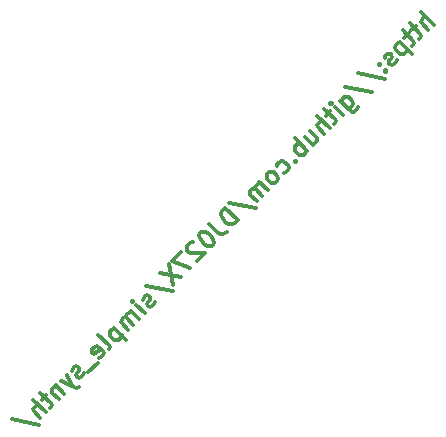
<source format=gbr>
G04 #@! TF.GenerationSoftware,KiCad,Pcbnew,5.0.2-bee76a0~70~ubuntu18.04.1*
G04 #@! TF.CreationDate,2020-03-28T00:32:54-04:00*
G04 #@! TF.ProjectId,synth,73796e74-682e-46b6-9963-61645f706362,rev?*
G04 #@! TF.SameCoordinates,Original*
G04 #@! TF.FileFunction,Legend,Bot*
G04 #@! TF.FilePolarity,Positive*
%FSLAX46Y46*%
G04 Gerber Fmt 4.6, Leading zero omitted, Abs format (unit mm)*
G04 Created by KiCad (PCBNEW 5.0.2-bee76a0~70~ubuntu18.04.1) date Sat 28 Mar 2020 12:32:54 AM EDT*
%MOMM*%
%LPD*%
G01*
G04 APERTURE LIST*
%ADD10C,0.300000*%
G04 APERTURE END LIST*
D10*
X182777669Y-44381975D02*
X181717009Y-43321315D01*
X182323100Y-44836544D02*
X181767516Y-44280960D01*
X181717009Y-44129437D01*
X181767516Y-43977914D01*
X181919039Y-43826391D01*
X182070562Y-43775883D01*
X182171578Y-43775883D01*
X181262440Y-44482990D02*
X180858379Y-44887051D01*
X180757364Y-44280960D02*
X181666501Y-45190097D01*
X181717009Y-45341620D01*
X181666501Y-45493143D01*
X181565486Y-45594158D01*
X180656349Y-45089082D02*
X180252288Y-45493143D01*
X180151272Y-44887051D02*
X181060410Y-45796188D01*
X181110917Y-45947711D01*
X181060410Y-46099234D01*
X180959394Y-46200249D01*
X179898734Y-45846696D02*
X180959394Y-46907356D01*
X179949242Y-45897204D02*
X179797719Y-45947711D01*
X179595689Y-46149742D01*
X179545181Y-46301265D01*
X179545181Y-46402280D01*
X179595689Y-46553803D01*
X179898734Y-46856849D01*
X180050257Y-46907356D01*
X180151272Y-46907356D01*
X180302795Y-46856849D01*
X180504826Y-46654818D01*
X180555333Y-46503295D01*
X179646196Y-47412433D02*
X179595689Y-47563955D01*
X179393658Y-47765986D01*
X179242135Y-47816494D01*
X179090612Y-47765986D01*
X179040105Y-47715478D01*
X178989597Y-47563955D01*
X179040105Y-47412433D01*
X179191627Y-47260910D01*
X179242135Y-47109387D01*
X179191627Y-46957864D01*
X179141120Y-46907356D01*
X178989597Y-46856849D01*
X178838074Y-46907356D01*
X178686551Y-47058879D01*
X178636044Y-47210402D01*
X178686551Y-48271062D02*
X178686551Y-48372077D01*
X178787566Y-48372077D01*
X178787566Y-48271062D01*
X178686551Y-48271062D01*
X178787566Y-48372077D01*
X178130967Y-47715478D02*
X178130967Y-47816494D01*
X178231983Y-47816494D01*
X178231983Y-47715478D01*
X178130967Y-47715478D01*
X178231983Y-47816494D01*
X176413708Y-48523600D02*
X178686551Y-48978169D01*
X175302540Y-49634768D02*
X177575383Y-50089337D01*
X174898479Y-50846951D02*
X175757109Y-51705581D01*
X175908632Y-51756088D01*
X176009647Y-51756088D01*
X176161170Y-51705581D01*
X176312693Y-51554058D01*
X176363200Y-51402535D01*
X175555078Y-51503550D02*
X175706601Y-51453043D01*
X175908632Y-51251012D01*
X175959139Y-51099489D01*
X175959139Y-50998474D01*
X175908632Y-50846951D01*
X175605586Y-50543905D01*
X175454063Y-50493398D01*
X175353048Y-50493398D01*
X175201525Y-50543905D01*
X174999494Y-50745936D01*
X174948987Y-50897459D01*
X175100510Y-52059134D02*
X174393403Y-51352027D01*
X174039850Y-50998474D02*
X174140865Y-50998474D01*
X174140865Y-51099489D01*
X174039850Y-51099489D01*
X174039850Y-50998474D01*
X174140865Y-51099489D01*
X174039850Y-51705581D02*
X173635789Y-52109642D01*
X173534773Y-51503550D02*
X174443911Y-52412688D01*
X174494418Y-52564210D01*
X174443911Y-52715733D01*
X174342895Y-52816749D01*
X173989342Y-53170302D02*
X172928682Y-52109642D01*
X173534773Y-53624871D02*
X172979189Y-53069287D01*
X172928682Y-52917764D01*
X172979189Y-52766241D01*
X173130712Y-52614718D01*
X173282235Y-52564210D01*
X173383250Y-52564210D01*
X171868022Y-53877409D02*
X172575128Y-54584516D01*
X172322590Y-53422840D02*
X172878174Y-53978424D01*
X172928682Y-54129947D01*
X172878174Y-54281470D01*
X172726651Y-54432993D01*
X172575128Y-54483500D01*
X172474113Y-54483500D01*
X172070052Y-55089592D02*
X171009392Y-54028932D01*
X171413453Y-54432993D02*
X171261930Y-54483500D01*
X171059900Y-54685531D01*
X171009392Y-54837054D01*
X171009392Y-54938069D01*
X171059900Y-55089592D01*
X171362945Y-55392638D01*
X171514468Y-55443145D01*
X171615483Y-55443145D01*
X171767006Y-55392638D01*
X171969037Y-55190607D01*
X172019544Y-55039084D01*
X171009392Y-55948222D02*
X171009392Y-56049237D01*
X171110407Y-56049237D01*
X171110407Y-55948222D01*
X171009392Y-55948222D01*
X171110407Y-56049237D01*
X170100255Y-56958374D02*
X170251777Y-56907866D01*
X170453808Y-56705836D01*
X170504316Y-56554313D01*
X170504316Y-56453298D01*
X170453808Y-56301775D01*
X170150762Y-55998729D01*
X169999239Y-55948222D01*
X169898224Y-55948222D01*
X169746701Y-55998729D01*
X169544671Y-56200760D01*
X169494163Y-56352283D01*
X169544671Y-57614973D02*
X169595178Y-57463450D01*
X169595178Y-57362435D01*
X169544671Y-57210912D01*
X169241625Y-56907866D01*
X169090102Y-56857359D01*
X168989087Y-56857359D01*
X168837564Y-56907866D01*
X168686041Y-57059389D01*
X168635533Y-57210912D01*
X168635533Y-57311927D01*
X168686041Y-57463450D01*
X168989087Y-57766496D01*
X169140610Y-57817004D01*
X169241625Y-57817004D01*
X169393148Y-57766496D01*
X169544671Y-57614973D01*
X168736549Y-58423095D02*
X168029442Y-57715988D01*
X168130457Y-57817004D02*
X168029442Y-57817004D01*
X167877919Y-57867511D01*
X167726396Y-58019034D01*
X167675888Y-58170557D01*
X167726396Y-58322080D01*
X168281980Y-58877664D01*
X167726396Y-58322080D02*
X167574873Y-58271572D01*
X167423350Y-58322080D01*
X167271827Y-58473603D01*
X167221320Y-58625126D01*
X167271827Y-58776649D01*
X167827411Y-59332233D01*
X165453553Y-59483755D02*
X167726396Y-59938324D01*
X166211167Y-60948477D02*
X165150507Y-59887816D01*
X164897969Y-60140355D01*
X164796954Y-60342385D01*
X164796954Y-60544416D01*
X164847461Y-60695938D01*
X164998984Y-60948477D01*
X165150507Y-61100000D01*
X165403045Y-61251522D01*
X165554568Y-61302030D01*
X165756599Y-61302030D01*
X165958629Y-61201015D01*
X166211167Y-60948477D01*
X163786801Y-61251522D02*
X164544416Y-62009137D01*
X164746446Y-62110152D01*
X164948477Y-62110152D01*
X165150507Y-62009137D01*
X165251522Y-61908122D01*
X163079694Y-61958629D02*
X162978679Y-62059644D01*
X162928172Y-62211167D01*
X162928172Y-62312183D01*
X162978679Y-62463705D01*
X163130202Y-62716244D01*
X163382740Y-62968782D01*
X163635278Y-63120305D01*
X163786801Y-63170812D01*
X163887816Y-63170812D01*
X164039339Y-63120305D01*
X164140355Y-63019289D01*
X164190862Y-62867766D01*
X164190862Y-62766751D01*
X164140355Y-62615228D01*
X163988832Y-62362690D01*
X163736294Y-62110152D01*
X163483755Y-61958629D01*
X163332233Y-61908122D01*
X163231217Y-61908122D01*
X163079694Y-61958629D01*
X162423095Y-62817259D02*
X162322080Y-62817259D01*
X162170557Y-62867766D01*
X161918019Y-63120305D01*
X161867511Y-63271827D01*
X161867511Y-63372843D01*
X161918019Y-63524366D01*
X162019034Y-63625381D01*
X162221065Y-63726396D01*
X163433248Y-63726396D01*
X162776649Y-64382995D01*
X161362435Y-63675888D02*
X160655328Y-64382995D01*
X162170557Y-64989087D01*
X160352283Y-64686041D02*
X160705836Y-66453808D01*
X159645176Y-65393148D02*
X161412943Y-65746701D01*
X158432993Y-66504316D02*
X160705836Y-66958884D01*
X159190607Y-67868022D02*
X159140099Y-68019544D01*
X158938069Y-68221575D01*
X158786546Y-68272083D01*
X158635023Y-68221575D01*
X158584516Y-68171067D01*
X158534008Y-68019544D01*
X158584516Y-67868022D01*
X158736038Y-67716499D01*
X158786546Y-67564976D01*
X158736038Y-67413453D01*
X158685531Y-67362945D01*
X158534008Y-67312438D01*
X158382485Y-67362945D01*
X158230962Y-67514468D01*
X158180455Y-67665991D01*
X158331977Y-68827666D02*
X157624871Y-68120560D01*
X157271317Y-67767006D02*
X157372333Y-67767006D01*
X157372333Y-67868022D01*
X157271317Y-67868022D01*
X157271317Y-67767006D01*
X157372333Y-67868022D01*
X157826901Y-69332743D02*
X157119794Y-68625636D01*
X157220810Y-68726651D02*
X157119794Y-68726651D01*
X156968272Y-68777159D01*
X156816749Y-68928682D01*
X156766241Y-69080205D01*
X156816749Y-69231727D01*
X157372333Y-69787311D01*
X156816749Y-69231727D02*
X156665226Y-69181220D01*
X156513703Y-69231727D01*
X156362180Y-69383250D01*
X156311672Y-69534773D01*
X156362180Y-69686296D01*
X156917764Y-70241880D01*
X155705581Y-70039850D02*
X156766241Y-71100510D01*
X155756088Y-70090357D02*
X155604566Y-70140865D01*
X155402535Y-70342895D01*
X155352027Y-70494418D01*
X155352027Y-70595433D01*
X155402535Y-70746956D01*
X155705581Y-71050002D01*
X155857104Y-71100510D01*
X155958119Y-71100510D01*
X156109642Y-71050002D01*
X156311672Y-70847972D01*
X156362180Y-70696449D01*
X155301520Y-71858124D02*
X155352027Y-71706601D01*
X155301520Y-71555078D01*
X154392383Y-70645941D01*
X154442890Y-72615739D02*
X154594413Y-72565231D01*
X154796444Y-72363200D01*
X154846951Y-72211677D01*
X154796444Y-72060155D01*
X154392383Y-71656094D01*
X154240860Y-71605586D01*
X154089337Y-71656094D01*
X153887306Y-71858124D01*
X153836799Y-72009647D01*
X153887306Y-72161170D01*
X153988322Y-72262185D01*
X154594413Y-71858124D01*
X154341875Y-73019800D02*
X153533753Y-73827922D01*
X153180199Y-73878429D02*
X153129692Y-74029952D01*
X152927661Y-74231983D01*
X152776138Y-74282490D01*
X152624616Y-74231983D01*
X152574108Y-74181475D01*
X152523600Y-74029952D01*
X152574108Y-73878429D01*
X152725631Y-73726906D01*
X152776138Y-73575383D01*
X152725631Y-73423861D01*
X152675123Y-73373353D01*
X152523600Y-73322845D01*
X152372077Y-73373353D01*
X152220555Y-73524876D01*
X152170047Y-73676399D01*
X151715478Y-74029952D02*
X152170047Y-74989597D01*
X151210402Y-74535028D02*
X152170047Y-74989597D01*
X152523600Y-75141120D01*
X152624616Y-75141120D01*
X152776138Y-75090612D01*
X150806341Y-74939089D02*
X151513448Y-75646196D01*
X150907356Y-75040105D02*
X150806341Y-75040105D01*
X150654818Y-75090612D01*
X150503295Y-75242135D01*
X150452788Y-75393658D01*
X150503295Y-75545181D01*
X151058879Y-76100765D01*
X149998219Y-75747211D02*
X149594158Y-76151272D01*
X149493143Y-75545181D02*
X150402280Y-76454318D01*
X150452788Y-76605841D01*
X150402280Y-76757364D01*
X150301265Y-76858379D01*
X149947711Y-77211933D02*
X148887051Y-76151272D01*
X149493143Y-77666501D02*
X148937559Y-77110917D01*
X148887051Y-76959394D01*
X148937559Y-76807872D01*
X149089082Y-76656349D01*
X149240605Y-76605841D01*
X149341620Y-76605841D01*
X147119284Y-77818024D02*
X149392127Y-78272593D01*
M02*

</source>
